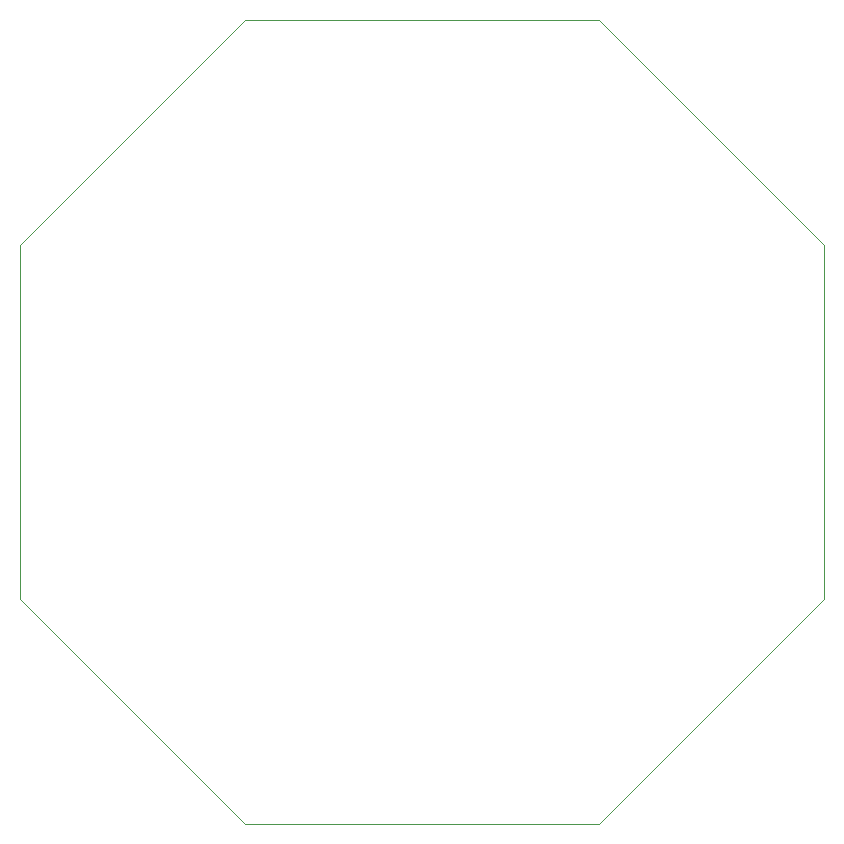
<source format=gbr>
%TF.GenerationSoftware,KiCad,Pcbnew,8.0.1*%
%TF.CreationDate,2024-04-19T02:33:02-07:00*%
%TF.ProjectId,CMOD_A7_Upper,434d4f44-5f41-4375-9f55-707065722e6b,rev?*%
%TF.SameCoordinates,Original*%
%TF.FileFunction,Profile,NP*%
%FSLAX46Y46*%
G04 Gerber Fmt 4.6, Leading zero omitted, Abs format (unit mm)*
G04 Created by KiCad (PCBNEW 8.0.1) date 2024-04-19 02:33:02*
%MOMM*%
%LPD*%
G01*
G04 APERTURE LIST*
%TA.AperFunction,Profile*%
%ADD10C,0.050000*%
%TD*%
G04 APERTURE END LIST*
D10*
X124960000Y-123960000D02*
X105960000Y-104960000D01*
X154960000Y-55960000D02*
X173960000Y-74960000D01*
X139960000Y-123960000D02*
X124960000Y-123960000D01*
X105960000Y-89960000D02*
X105960000Y-104960000D01*
X139960000Y-123960000D02*
X154960000Y-123960000D01*
X105960000Y-74960000D02*
X124960000Y-55960000D01*
X139960000Y-55960000D02*
X154960000Y-55960000D01*
X139960000Y-55960000D02*
X124960000Y-55960000D01*
X173960000Y-89960000D02*
X173960000Y-74960000D01*
X173960000Y-104960000D02*
X154960000Y-123960000D01*
X105960000Y-89960000D02*
X105960000Y-74960000D01*
X173960000Y-89960000D02*
X173960000Y-104960000D01*
M02*

</source>
